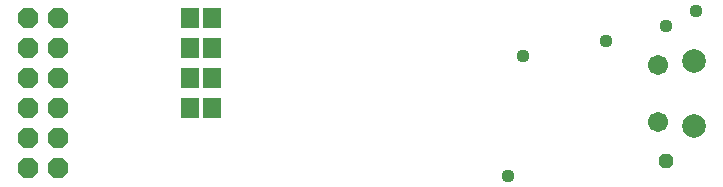
<source format=gbs>
G75*
%MOIN*%
%OFA0B0*%
%FSLAX24Y24*%
%IPPOS*%
%LPD*%
%AMOC8*
5,1,8,0,0,1.08239X$1,22.5*
%
%ADD10C,0.0789*%
%ADD11C,0.0671*%
%ADD12R,0.0592X0.0671*%
%ADD13OC8,0.0680*%
%ADD14C,0.0437*%
%ADD15OC8,0.0476*%
D10*
X023379Y004607D03*
X023379Y006753D03*
D11*
X022186Y006635D03*
X022186Y004725D03*
D12*
X007304Y005180D03*
X006556Y005180D03*
X006556Y006180D03*
X007304Y006180D03*
X007304Y007180D03*
X006556Y007180D03*
X006556Y008180D03*
X007304Y008180D03*
D13*
X001180Y003180D03*
X002180Y003180D03*
X002180Y004180D03*
X001180Y004180D03*
X001180Y005180D03*
X002180Y005180D03*
X002180Y006180D03*
X001180Y006180D03*
X001180Y007180D03*
X002180Y007180D03*
X002180Y008180D03*
X001180Y008180D03*
D14*
X017180Y002930D03*
X017680Y006930D03*
X020430Y007430D03*
X022430Y007930D03*
X023430Y008430D03*
D15*
X022430Y003430D03*
M02*

</source>
